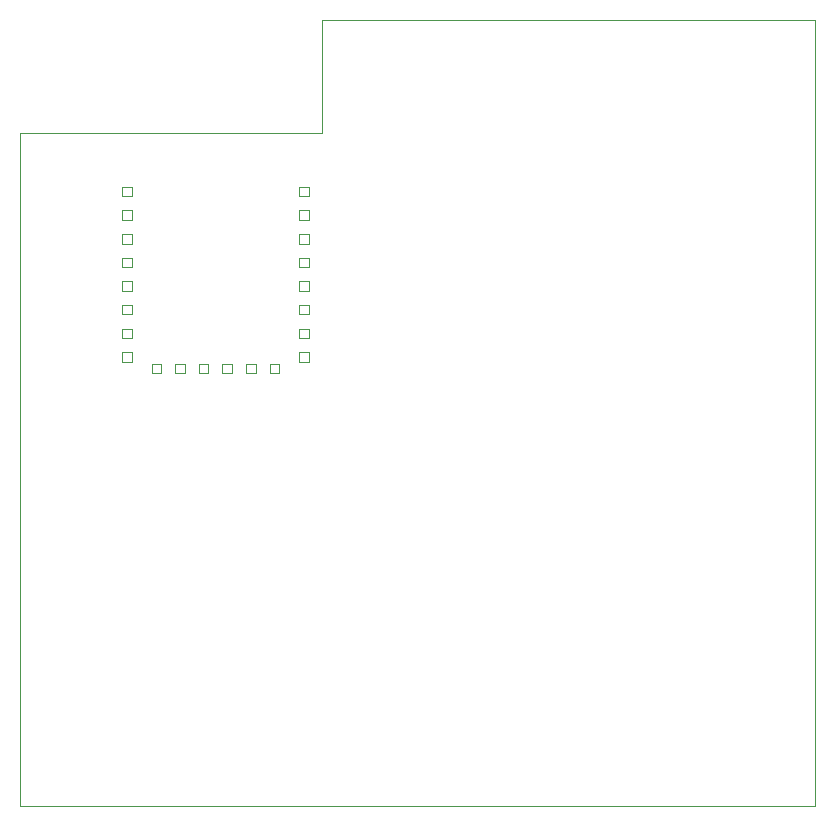
<source format=gbr>
%TF.GenerationSoftware,KiCad,Pcbnew,7.0.9*%
%TF.CreationDate,2024-01-07T00:29:14+01:00*%
%TF.ProjectId,esp32_programmer,65737033-325f-4707-926f-6772616d6d65,rev?*%
%TF.SameCoordinates,Original*%
%TF.FileFunction,Profile,NP*%
%FSLAX46Y46*%
G04 Gerber Fmt 4.6, Leading zero omitted, Abs format (unit mm)*
G04 Created by KiCad (PCBNEW 7.0.9) date 2024-01-07 00:29:14*
%MOMM*%
%LPD*%
G01*
G04 APERTURE LIST*
%TA.AperFunction,Profile*%
%ADD10C,0.100000*%
%TD*%
%TA.AperFunction,Profile*%
%ADD11C,0.050000*%
%TD*%
G04 APERTURE END LIST*
D10*
X115000000Y-81000000D02*
X115000000Y-90500000D01*
X89500000Y-90500000D02*
X89500000Y-147500000D01*
X156750000Y-81000000D02*
X115000000Y-81000000D01*
X156750000Y-147500000D02*
X156750000Y-81000000D01*
X115000000Y-90500000D02*
X89500000Y-90500000D01*
X89500000Y-147500000D02*
X156750000Y-147500000D01*
D11*
%TO.C,U2*%
X98100000Y-95100000D02*
X98900000Y-95100000D01*
X98900000Y-95100000D02*
X98900000Y-95900000D01*
X98900000Y-95900000D02*
X98100000Y-95900000D01*
X98100000Y-95900000D02*
X98100000Y-95100000D01*
X98100000Y-97100000D02*
X98900000Y-97100000D01*
X98900000Y-97100000D02*
X98900000Y-97900000D01*
X98900000Y-97900000D02*
X98100000Y-97900000D01*
X98100000Y-97900000D02*
X98100000Y-97100000D01*
X98100000Y-99100000D02*
X98900000Y-99100000D01*
X98900000Y-99100000D02*
X98900000Y-99900000D01*
X98900000Y-99900000D02*
X98100000Y-99900000D01*
X98100000Y-99900000D02*
X98100000Y-99100000D01*
X98100000Y-101100000D02*
X98900000Y-101100000D01*
X98900000Y-101100000D02*
X98900000Y-101900000D01*
X98900000Y-101900000D02*
X98100000Y-101900000D01*
X98100000Y-101900000D02*
X98100000Y-101100000D01*
X98100000Y-103100000D02*
X98900000Y-103100000D01*
X98900000Y-103100000D02*
X98900000Y-103900000D01*
X98900000Y-103900000D02*
X98100000Y-103900000D01*
X98100000Y-103900000D02*
X98100000Y-103100000D01*
X98100000Y-105100000D02*
X98900000Y-105100000D01*
X98900000Y-105100000D02*
X98900000Y-105900000D01*
X98900000Y-105900000D02*
X98100000Y-105900000D01*
X98100000Y-105900000D02*
X98100000Y-105100000D01*
X98100000Y-107100000D02*
X98900000Y-107100000D01*
X98900000Y-107100000D02*
X98900000Y-107900000D01*
X98900000Y-107900000D02*
X98100000Y-107900000D01*
X98100000Y-107900000D02*
X98100000Y-107100000D01*
X98100000Y-109100000D02*
X98900000Y-109100000D01*
X98900000Y-109100000D02*
X98900000Y-109900000D01*
X98900000Y-109900000D02*
X98100000Y-109900000D01*
X98100000Y-109900000D02*
X98100000Y-109100000D01*
X100600000Y-110900000D02*
X101400000Y-110900000D01*
X101400000Y-110900000D02*
X101400000Y-110100000D01*
X101400000Y-110100000D02*
X100600000Y-110100000D01*
X100600000Y-110100000D02*
X100600000Y-110900000D01*
X102600000Y-110900000D02*
X103400000Y-110900000D01*
X103400000Y-110900000D02*
X103400000Y-110100000D01*
X103400000Y-110100000D02*
X102600000Y-110100000D01*
X102600000Y-110100000D02*
X102600000Y-110900000D01*
X104600000Y-110900000D02*
X105400000Y-110900000D01*
X105400000Y-110900000D02*
X105400000Y-110100000D01*
X105400000Y-110100000D02*
X104600000Y-110100000D01*
X104600000Y-110100000D02*
X104600000Y-110900000D01*
X106600000Y-110900000D02*
X107400000Y-110900000D01*
X107400000Y-110900000D02*
X107400000Y-110100000D01*
X107400000Y-110100000D02*
X106600000Y-110100000D01*
X106600000Y-110100000D02*
X106600000Y-110900000D01*
X108600000Y-110900000D02*
X109400000Y-110900000D01*
X109400000Y-110900000D02*
X109400000Y-110100000D01*
X109400000Y-110100000D02*
X108600000Y-110100000D01*
X108600000Y-110100000D02*
X108600000Y-110900000D01*
X110600000Y-110900000D02*
X111400000Y-110900000D01*
X111400000Y-110900000D02*
X111400000Y-110100000D01*
X111400000Y-110100000D02*
X110600000Y-110100000D01*
X110600000Y-110100000D02*
X110600000Y-110900000D01*
X113100000Y-95100000D02*
X113900000Y-95100000D01*
X113900000Y-95100000D02*
X113900000Y-95900000D01*
X113900000Y-95900000D02*
X113100000Y-95900000D01*
X113100000Y-95900000D02*
X113100000Y-95100000D01*
X113100000Y-97100000D02*
X113900000Y-97100000D01*
X113900000Y-97100000D02*
X113900000Y-97900000D01*
X113900000Y-97900000D02*
X113100000Y-97900000D01*
X113100000Y-97900000D02*
X113100000Y-97100000D01*
X113100000Y-99100000D02*
X113900000Y-99100000D01*
X113900000Y-99100000D02*
X113900000Y-99900000D01*
X113900000Y-99900000D02*
X113100000Y-99900000D01*
X113100000Y-99900000D02*
X113100000Y-99100000D01*
X113100000Y-101100000D02*
X113900000Y-101100000D01*
X113900000Y-101100000D02*
X113900000Y-101900000D01*
X113900000Y-101900000D02*
X113100000Y-101900000D01*
X113100000Y-101900000D02*
X113100000Y-101100000D01*
X113100000Y-103100000D02*
X113900000Y-103100000D01*
X113900000Y-103100000D02*
X113900000Y-103900000D01*
X113900000Y-103900000D02*
X113100000Y-103900000D01*
X113100000Y-103900000D02*
X113100000Y-103100000D01*
X113100000Y-105100000D02*
X113900000Y-105100000D01*
X113900000Y-105100000D02*
X113900000Y-105900000D01*
X113900000Y-105900000D02*
X113100000Y-105900000D01*
X113100000Y-105900000D02*
X113100000Y-105100000D01*
X113100000Y-107100000D02*
X113900000Y-107100000D01*
X113900000Y-107100000D02*
X113900000Y-107900000D01*
X113900000Y-107900000D02*
X113100000Y-107900000D01*
X113100000Y-107900000D02*
X113100000Y-107100000D01*
X113100000Y-109100000D02*
X113900000Y-109100000D01*
X113900000Y-109100000D02*
X113900000Y-109900000D01*
X113900000Y-109900000D02*
X113100000Y-109900000D01*
X113100000Y-109900000D02*
X113100000Y-109100000D01*
%TD*%
M02*

</source>
